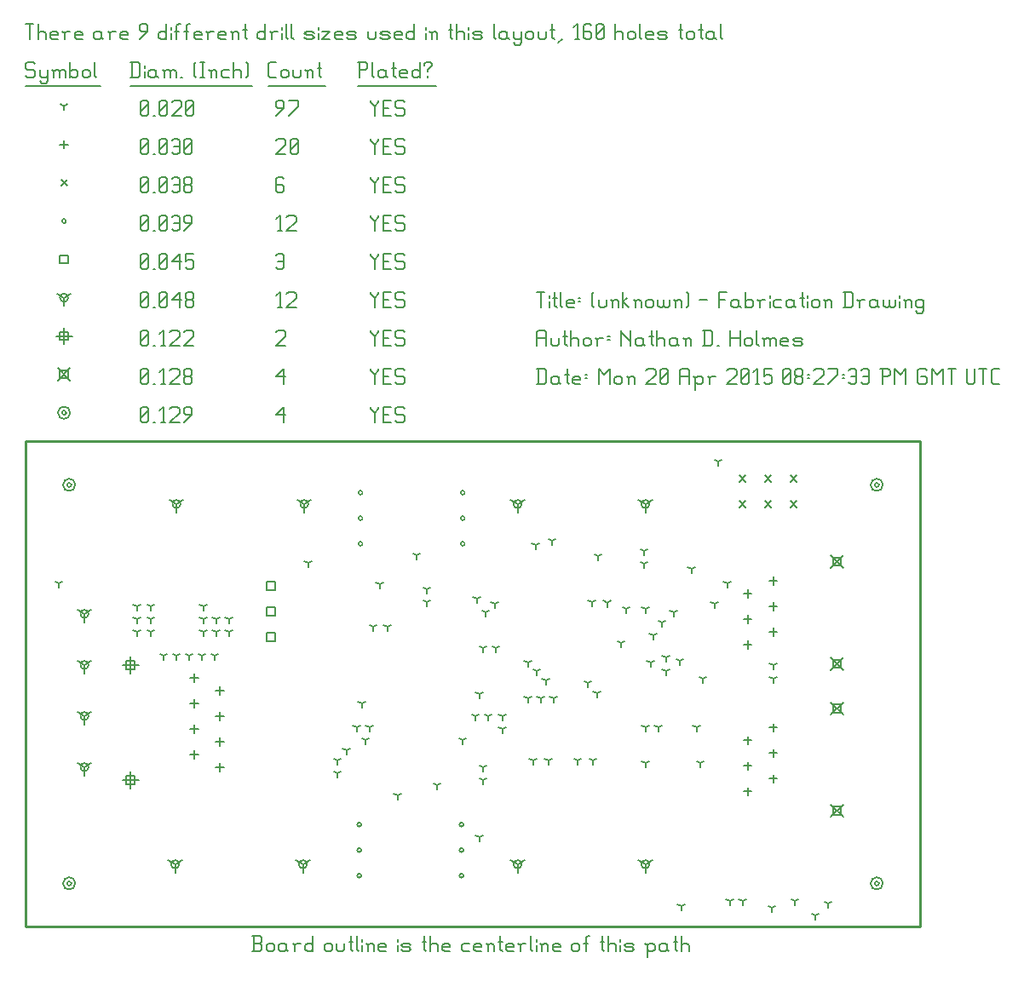
<source format=gbr>
G04 start of page 12 for group -3984 idx -3984 *
G04 Title: (unknown), fab *
G04 Creator: pcb 20140316 *
G04 CreationDate: Mon 20 Apr 2015 08:27:33 PM GMT UTC *
G04 For: ndholmes *
G04 Format: Gerber/RS-274X *
G04 PCB-Dimensions (mil): 3500.00 1900.00 *
G04 PCB-Coordinate-Origin: lower left *
%MOIN*%
%FSLAX25Y25*%
%LNFAB*%
%ADD117C,0.0100*%
%ADD116C,0.0060*%
%ADD115R,0.0080X0.0080*%
G54D115*X16200Y17000D02*G75*G03X17800Y17000I800J0D01*G01*
G75*G03X16200Y17000I-800J0D01*G01*
X14600D02*G75*G03X19400Y17000I2400J0D01*G01*
G75*G03X14600Y17000I-2400J0D01*G01*
X332200D02*G75*G03X333800Y17000I800J0D01*G01*
G75*G03X332200Y17000I-800J0D01*G01*
X330600D02*G75*G03X335400Y17000I2400J0D01*G01*
G75*G03X330600Y17000I-2400J0D01*G01*
X16200Y173000D02*G75*G03X17800Y173000I800J0D01*G01*
G75*G03X16200Y173000I-800J0D01*G01*
X14600D02*G75*G03X19400Y173000I2400J0D01*G01*
G75*G03X14600Y173000I-2400J0D01*G01*
X332200D02*G75*G03X333800Y173000I800J0D01*G01*
G75*G03X332200Y173000I-800J0D01*G01*
X330600D02*G75*G03X335400Y173000I2400J0D01*G01*
G75*G03X330600Y173000I-2400J0D01*G01*
X14200Y201250D02*G75*G03X15800Y201250I800J0D01*G01*
G75*G03X14200Y201250I-800J0D01*G01*
X12600D02*G75*G03X17400Y201250I2400J0D01*G01*
G75*G03X12600Y201250I-2400J0D01*G01*
G54D116*X135000Y203500D02*Y202750D01*
X136500Y201250D01*
X138000Y202750D01*
Y203500D02*Y202750D01*
X136500Y201250D02*Y197500D01*
X139800Y200500D02*X142050D01*
X139800Y197500D02*X142800D01*
X139800Y203500D02*Y197500D01*
Y203500D02*X142800D01*
X147600D02*X148350Y202750D01*
X145350Y203500D02*X147600D01*
X144600Y202750D02*X145350Y203500D01*
X144600Y202750D02*Y201250D01*
X145350Y200500D01*
X147600D01*
X148350Y199750D01*
Y198250D01*
X147600Y197500D02*X148350Y198250D01*
X145350Y197500D02*X147600D01*
X144600Y198250D02*X145350Y197500D01*
X98000Y200500D02*X101000Y203500D01*
X98000Y200500D02*X101750D01*
X101000Y203500D02*Y197500D01*
X45000Y198250D02*X45750Y197500D01*
X45000Y202750D02*Y198250D01*
Y202750D02*X45750Y203500D01*
X47250D01*
X48000Y202750D01*
Y198250D01*
X47250Y197500D02*X48000Y198250D01*
X45750Y197500D02*X47250D01*
X45000Y199000D02*X48000Y202000D01*
X49800Y197500D02*X50550D01*
X53100D02*X54600D01*
X53850Y203500D02*Y197500D01*
X52350Y202000D02*X53850Y203500D01*
X56400Y202750D02*X57150Y203500D01*
X59400D01*
X60150Y202750D01*
Y201250D01*
X56400Y197500D02*X60150Y201250D01*
X56400Y197500D02*X60150D01*
X61950D02*X64950Y200500D01*
Y202750D02*Y200500D01*
X64200Y203500D02*X64950Y202750D01*
X62700Y203500D02*X64200D01*
X61950Y202750D02*X62700Y203500D01*
X61950Y202750D02*Y201250D01*
X62700Y200500D01*
X64950D01*
X315100Y47900D02*X319900Y43100D01*
X315100D02*X319900Y47900D01*
X315900Y47100D02*X319100D01*
X315900D02*Y43900D01*
X319100D01*
Y47100D02*Y43900D01*
X315100Y87900D02*X319900Y83100D01*
X315100D02*X319900Y87900D01*
X315900Y87100D02*X319100D01*
X315900D02*Y83900D01*
X319100D01*
Y87100D02*Y83900D01*
X315100Y105400D02*X319900Y100600D01*
X315100D02*X319900Y105400D01*
X315900Y104600D02*X319100D01*
X315900D02*Y101400D01*
X319100D01*
Y104600D02*Y101400D01*
X315100Y145400D02*X319900Y140600D01*
X315100D02*X319900Y145400D01*
X315900Y144600D02*X319100D01*
X315900D02*Y141400D01*
X319100D01*
Y144600D02*Y141400D01*
X12600Y218650D02*X17400Y213850D01*
X12600D02*X17400Y218650D01*
X13400Y217850D02*X16600D01*
X13400D02*Y214650D01*
X16600D01*
Y217850D02*Y214650D01*
X135000Y218500D02*Y217750D01*
X136500Y216250D01*
X138000Y217750D01*
Y218500D02*Y217750D01*
X136500Y216250D02*Y212500D01*
X139800Y215500D02*X142050D01*
X139800Y212500D02*X142800D01*
X139800Y218500D02*Y212500D01*
Y218500D02*X142800D01*
X147600D02*X148350Y217750D01*
X145350Y218500D02*X147600D01*
X144600Y217750D02*X145350Y218500D01*
X144600Y217750D02*Y216250D01*
X145350Y215500D01*
X147600D01*
X148350Y214750D01*
Y213250D01*
X147600Y212500D02*X148350Y213250D01*
X145350Y212500D02*X147600D01*
X144600Y213250D02*X145350Y212500D01*
X98000Y215500D02*X101000Y218500D01*
X98000Y215500D02*X101750D01*
X101000Y218500D02*Y212500D01*
X45000Y213250D02*X45750Y212500D01*
X45000Y217750D02*Y213250D01*
Y217750D02*X45750Y218500D01*
X47250D01*
X48000Y217750D01*
Y213250D01*
X47250Y212500D02*X48000Y213250D01*
X45750Y212500D02*X47250D01*
X45000Y214000D02*X48000Y217000D01*
X49800Y212500D02*X50550D01*
X53100D02*X54600D01*
X53850Y218500D02*Y212500D01*
X52350Y217000D02*X53850Y218500D01*
X56400Y217750D02*X57150Y218500D01*
X59400D01*
X60150Y217750D01*
Y216250D01*
X56400Y212500D02*X60150Y216250D01*
X56400Y212500D02*X60150D01*
X61950Y213250D02*X62700Y212500D01*
X61950Y214750D02*Y213250D01*
Y214750D02*X62700Y215500D01*
X64200D01*
X64950Y214750D01*
Y213250D01*
X64200Y212500D02*X64950Y213250D01*
X62700Y212500D02*X64200D01*
X61950Y216250D02*X62700Y215500D01*
X61950Y217750D02*Y216250D01*
Y217750D02*X62700Y218500D01*
X64200D01*
X64950Y217750D01*
Y216250D01*
X64200Y215500D02*X64950Y216250D01*
X41000Y105700D02*Y99300D01*
X37800Y102500D02*X44200D01*
X39400Y104100D02*X42600D01*
X39400D02*Y100900D01*
X42600D01*
Y104100D02*Y100900D01*
X41000Y60700D02*Y54300D01*
X37800Y57500D02*X44200D01*
X39400Y59100D02*X42600D01*
X39400D02*Y55900D01*
X42600D01*
Y59100D02*Y55900D01*
X15000Y234450D02*Y228050D01*
X11800Y231250D02*X18200D01*
X13400Y232850D02*X16600D01*
X13400D02*Y229650D01*
X16600D01*
Y232850D02*Y229650D01*
X135000Y233500D02*Y232750D01*
X136500Y231250D01*
X138000Y232750D01*
Y233500D02*Y232750D01*
X136500Y231250D02*Y227500D01*
X139800Y230500D02*X142050D01*
X139800Y227500D02*X142800D01*
X139800Y233500D02*Y227500D01*
Y233500D02*X142800D01*
X147600D02*X148350Y232750D01*
X145350Y233500D02*X147600D01*
X144600Y232750D02*X145350Y233500D01*
X144600Y232750D02*Y231250D01*
X145350Y230500D01*
X147600D01*
X148350Y229750D01*
Y228250D01*
X147600Y227500D02*X148350Y228250D01*
X145350Y227500D02*X147600D01*
X144600Y228250D02*X145350Y227500D01*
X98000Y232750D02*X98750Y233500D01*
X101000D01*
X101750Y232750D01*
Y231250D01*
X98000Y227500D02*X101750Y231250D01*
X98000Y227500D02*X101750D01*
X45000Y228250D02*X45750Y227500D01*
X45000Y232750D02*Y228250D01*
Y232750D02*X45750Y233500D01*
X47250D01*
X48000Y232750D01*
Y228250D01*
X47250Y227500D02*X48000Y228250D01*
X45750Y227500D02*X47250D01*
X45000Y229000D02*X48000Y232000D01*
X49800Y227500D02*X50550D01*
X53100D02*X54600D01*
X53850Y233500D02*Y227500D01*
X52350Y232000D02*X53850Y233500D01*
X56400Y232750D02*X57150Y233500D01*
X59400D01*
X60150Y232750D01*
Y231250D01*
X56400Y227500D02*X60150Y231250D01*
X56400Y227500D02*X60150D01*
X61950Y232750D02*X62700Y233500D01*
X64950D01*
X65700Y232750D01*
Y231250D01*
X61950Y227500D02*X65700Y231250D01*
X61950Y227500D02*X65700D01*
X23000Y82500D02*Y79300D01*
Y82500D02*X25773Y84100D01*
X23000Y82500D02*X20227Y84100D01*
X21400Y82500D02*G75*G03X24600Y82500I1600J0D01*G01*
G75*G03X21400Y82500I-1600J0D01*G01*
X23000Y62500D02*Y59300D01*
Y62500D02*X25773Y64100D01*
X23000Y62500D02*X20227Y64100D01*
X21400Y62500D02*G75*G03X24600Y62500I1600J0D01*G01*
G75*G03X21400Y62500I-1600J0D01*G01*
X23000Y122500D02*Y119300D01*
Y122500D02*X25773Y124100D01*
X23000Y122500D02*X20227Y124100D01*
X21400Y122500D02*G75*G03X24600Y122500I1600J0D01*G01*
G75*G03X21400Y122500I-1600J0D01*G01*
X23000Y102500D02*Y99300D01*
Y102500D02*X25773Y104100D01*
X23000Y102500D02*X20227Y104100D01*
X21400Y102500D02*G75*G03X24600Y102500I1600J0D01*G01*
G75*G03X21400Y102500I-1600J0D01*G01*
X59000Y165500D02*Y162300D01*
Y165500D02*X61773Y167100D01*
X59000Y165500D02*X56227Y167100D01*
X57400Y165500D02*G75*G03X60600Y165500I1600J0D01*G01*
G75*G03X57400Y165500I-1600J0D01*G01*
X109000D02*Y162300D01*
Y165500D02*X111773Y167100D01*
X109000Y165500D02*X106227Y167100D01*
X107400Y165500D02*G75*G03X110600Y165500I1600J0D01*G01*
G75*G03X107400Y165500I-1600J0D01*G01*
X58500Y24500D02*Y21300D01*
Y24500D02*X61273Y26100D01*
X58500Y24500D02*X55727Y26100D01*
X56900Y24500D02*G75*G03X60100Y24500I1600J0D01*G01*
G75*G03X56900Y24500I-1600J0D01*G01*
X108500D02*Y21300D01*
Y24500D02*X111273Y26100D01*
X108500Y24500D02*X105727Y26100D01*
X106900Y24500D02*G75*G03X110100Y24500I1600J0D01*G01*
G75*G03X106900Y24500I-1600J0D01*G01*
X242500Y165500D02*Y162300D01*
Y165500D02*X245273Y167100D01*
X242500Y165500D02*X239727Y167100D01*
X240900Y165500D02*G75*G03X244100Y165500I1600J0D01*G01*
G75*G03X240900Y165500I-1600J0D01*G01*
X192500D02*Y162300D01*
Y165500D02*X195273Y167100D01*
X192500Y165500D02*X189727Y167100D01*
X190900Y165500D02*G75*G03X194100Y165500I1600J0D01*G01*
G75*G03X190900Y165500I-1600J0D01*G01*
X242500Y24500D02*Y21300D01*
Y24500D02*X245273Y26100D01*
X242500Y24500D02*X239727Y26100D01*
X240900Y24500D02*G75*G03X244100Y24500I1600J0D01*G01*
G75*G03X240900Y24500I-1600J0D01*G01*
X192500D02*Y21300D01*
Y24500D02*X195273Y26100D01*
X192500Y24500D02*X189727Y26100D01*
X190900Y24500D02*G75*G03X194100Y24500I1600J0D01*G01*
G75*G03X190900Y24500I-1600J0D01*G01*
X15000Y246250D02*Y243050D01*
Y246250D02*X17773Y247850D01*
X15000Y246250D02*X12227Y247850D01*
X13400Y246250D02*G75*G03X16600Y246250I1600J0D01*G01*
G75*G03X13400Y246250I-1600J0D01*G01*
X135000Y248500D02*Y247750D01*
X136500Y246250D01*
X138000Y247750D01*
Y248500D02*Y247750D01*
X136500Y246250D02*Y242500D01*
X139800Y245500D02*X142050D01*
X139800Y242500D02*X142800D01*
X139800Y248500D02*Y242500D01*
Y248500D02*X142800D01*
X147600D02*X148350Y247750D01*
X145350Y248500D02*X147600D01*
X144600Y247750D02*X145350Y248500D01*
X144600Y247750D02*Y246250D01*
X145350Y245500D01*
X147600D01*
X148350Y244750D01*
Y243250D01*
X147600Y242500D02*X148350Y243250D01*
X145350Y242500D02*X147600D01*
X144600Y243250D02*X145350Y242500D01*
X98750D02*X100250D01*
X99500Y248500D02*Y242500D01*
X98000Y247000D02*X99500Y248500D01*
X102050Y247750D02*X102800Y248500D01*
X105050D01*
X105800Y247750D01*
Y246250D01*
X102050Y242500D02*X105800Y246250D01*
X102050Y242500D02*X105800D01*
X45000Y243250D02*X45750Y242500D01*
X45000Y247750D02*Y243250D01*
Y247750D02*X45750Y248500D01*
X47250D01*
X48000Y247750D01*
Y243250D01*
X47250Y242500D02*X48000Y243250D01*
X45750Y242500D02*X47250D01*
X45000Y244000D02*X48000Y247000D01*
X49800Y242500D02*X50550D01*
X52350Y243250D02*X53100Y242500D01*
X52350Y247750D02*Y243250D01*
Y247750D02*X53100Y248500D01*
X54600D01*
X55350Y247750D01*
Y243250D01*
X54600Y242500D02*X55350Y243250D01*
X53100Y242500D02*X54600D01*
X52350Y244000D02*X55350Y247000D01*
X57150Y245500D02*X60150Y248500D01*
X57150Y245500D02*X60900D01*
X60150Y248500D02*Y242500D01*
X62700Y243250D02*X63450Y242500D01*
X62700Y244750D02*Y243250D01*
Y244750D02*X63450Y245500D01*
X64950D01*
X65700Y244750D01*
Y243250D01*
X64950Y242500D02*X65700Y243250D01*
X63450Y242500D02*X64950D01*
X62700Y246250D02*X63450Y245500D01*
X62700Y247750D02*Y246250D01*
Y247750D02*X63450Y248500D01*
X64950D01*
X65700Y247750D01*
Y246250D01*
X64950Y245500D02*X65700Y246250D01*
X94400Y115100D02*X97600D01*
X94400D02*Y111900D01*
X97600D01*
Y115100D02*Y111900D01*
X94400Y125100D02*X97600D01*
X94400D02*Y121900D01*
X97600D01*
Y125100D02*Y121900D01*
X94400Y135100D02*X97600D01*
X94400D02*Y131900D01*
X97600D01*
Y135100D02*Y131900D01*
X13400Y262850D02*X16600D01*
X13400D02*Y259650D01*
X16600D01*
Y262850D02*Y259650D01*
X135000Y263500D02*Y262750D01*
X136500Y261250D01*
X138000Y262750D01*
Y263500D02*Y262750D01*
X136500Y261250D02*Y257500D01*
X139800Y260500D02*X142050D01*
X139800Y257500D02*X142800D01*
X139800Y263500D02*Y257500D01*
Y263500D02*X142800D01*
X147600D02*X148350Y262750D01*
X145350Y263500D02*X147600D01*
X144600Y262750D02*X145350Y263500D01*
X144600Y262750D02*Y261250D01*
X145350Y260500D01*
X147600D01*
X148350Y259750D01*
Y258250D01*
X147600Y257500D02*X148350Y258250D01*
X145350Y257500D02*X147600D01*
X144600Y258250D02*X145350Y257500D01*
X98000Y262750D02*X98750Y263500D01*
X100250D01*
X101000Y262750D01*
Y258250D01*
X100250Y257500D02*X101000Y258250D01*
X98750Y257500D02*X100250D01*
X98000Y258250D02*X98750Y257500D01*
Y260500D02*X101000D01*
X45000Y258250D02*X45750Y257500D01*
X45000Y262750D02*Y258250D01*
Y262750D02*X45750Y263500D01*
X47250D01*
X48000Y262750D01*
Y258250D01*
X47250Y257500D02*X48000Y258250D01*
X45750Y257500D02*X47250D01*
X45000Y259000D02*X48000Y262000D01*
X49800Y257500D02*X50550D01*
X52350Y258250D02*X53100Y257500D01*
X52350Y262750D02*Y258250D01*
Y262750D02*X53100Y263500D01*
X54600D01*
X55350Y262750D01*
Y258250D01*
X54600Y257500D02*X55350Y258250D01*
X53100Y257500D02*X54600D01*
X52350Y259000D02*X55350Y262000D01*
X57150Y260500D02*X60150Y263500D01*
X57150Y260500D02*X60900D01*
X60150Y263500D02*Y257500D01*
X62700Y263500D02*X65700D01*
X62700D02*Y260500D01*
X63450Y261250D01*
X64950D01*
X65700Y260500D01*
Y258250D01*
X64950Y257500D02*X65700Y258250D01*
X63450Y257500D02*X64950D01*
X62700Y258250D02*X63450Y257500D01*
X130200Y170000D02*G75*G03X131800Y170000I800J0D01*G01*
G75*G03X130200Y170000I-800J0D01*G01*
Y160000D02*G75*G03X131800Y160000I800J0D01*G01*
G75*G03X130200Y160000I-800J0D01*G01*
Y150000D02*G75*G03X131800Y150000I800J0D01*G01*
G75*G03X130200Y150000I-800J0D01*G01*
X129700Y20000D02*G75*G03X131300Y20000I800J0D01*G01*
G75*G03X129700Y20000I-800J0D01*G01*
Y30000D02*G75*G03X131300Y30000I800J0D01*G01*
G75*G03X129700Y30000I-800J0D01*G01*
Y40000D02*G75*G03X131300Y40000I800J0D01*G01*
G75*G03X129700Y40000I-800J0D01*G01*
X169700Y20000D02*G75*G03X171300Y20000I800J0D01*G01*
G75*G03X169700Y20000I-800J0D01*G01*
Y30000D02*G75*G03X171300Y30000I800J0D01*G01*
G75*G03X169700Y30000I-800J0D01*G01*
Y40000D02*G75*G03X171300Y40000I800J0D01*G01*
G75*G03X169700Y40000I-800J0D01*G01*
X170200Y170000D02*G75*G03X171800Y170000I800J0D01*G01*
G75*G03X170200Y170000I-800J0D01*G01*
Y160000D02*G75*G03X171800Y160000I800J0D01*G01*
G75*G03X170200Y160000I-800J0D01*G01*
Y150000D02*G75*G03X171800Y150000I800J0D01*G01*
G75*G03X170200Y150000I-800J0D01*G01*
X14200Y276250D02*G75*G03X15800Y276250I800J0D01*G01*
G75*G03X14200Y276250I-800J0D01*G01*
X135000Y278500D02*Y277750D01*
X136500Y276250D01*
X138000Y277750D01*
Y278500D02*Y277750D01*
X136500Y276250D02*Y272500D01*
X139800Y275500D02*X142050D01*
X139800Y272500D02*X142800D01*
X139800Y278500D02*Y272500D01*
Y278500D02*X142800D01*
X147600D02*X148350Y277750D01*
X145350Y278500D02*X147600D01*
X144600Y277750D02*X145350Y278500D01*
X144600Y277750D02*Y276250D01*
X145350Y275500D01*
X147600D01*
X148350Y274750D01*
Y273250D01*
X147600Y272500D02*X148350Y273250D01*
X145350Y272500D02*X147600D01*
X144600Y273250D02*X145350Y272500D01*
X98750D02*X100250D01*
X99500Y278500D02*Y272500D01*
X98000Y277000D02*X99500Y278500D01*
X102050Y277750D02*X102800Y278500D01*
X105050D01*
X105800Y277750D01*
Y276250D01*
X102050Y272500D02*X105800Y276250D01*
X102050Y272500D02*X105800D01*
X45000Y273250D02*X45750Y272500D01*
X45000Y277750D02*Y273250D01*
Y277750D02*X45750Y278500D01*
X47250D01*
X48000Y277750D01*
Y273250D01*
X47250Y272500D02*X48000Y273250D01*
X45750Y272500D02*X47250D01*
X45000Y274000D02*X48000Y277000D01*
X49800Y272500D02*X50550D01*
X52350Y273250D02*X53100Y272500D01*
X52350Y277750D02*Y273250D01*
Y277750D02*X53100Y278500D01*
X54600D01*
X55350Y277750D01*
Y273250D01*
X54600Y272500D02*X55350Y273250D01*
X53100Y272500D02*X54600D01*
X52350Y274000D02*X55350Y277000D01*
X57150Y277750D02*X57900Y278500D01*
X59400D01*
X60150Y277750D01*
Y273250D01*
X59400Y272500D02*X60150Y273250D01*
X57900Y272500D02*X59400D01*
X57150Y273250D02*X57900Y272500D01*
Y275500D02*X60150D01*
X61950Y272500D02*X64950Y275500D01*
Y277750D02*Y275500D01*
X64200Y278500D02*X64950Y277750D01*
X62700Y278500D02*X64200D01*
X61950Y277750D02*X62700Y278500D01*
X61950Y277750D02*Y276250D01*
X62700Y275500D01*
X64950D01*
X279300Y166700D02*X281700Y164300D01*
X279300D02*X281700Y166700D01*
X289300D02*X291700Y164300D01*
X289300D02*X291700Y166700D01*
X299300D02*X301700Y164300D01*
X299300D02*X301700Y166700D01*
X279300Y176700D02*X281700Y174300D01*
X279300D02*X281700Y176700D01*
X289300D02*X291700Y174300D01*
X289300D02*X291700Y176700D01*
X299300D02*X301700Y174300D01*
X299300D02*X301700Y176700D01*
X13800Y292450D02*X16200Y290050D01*
X13800D02*X16200Y292450D01*
X135000Y293500D02*Y292750D01*
X136500Y291250D01*
X138000Y292750D01*
Y293500D02*Y292750D01*
X136500Y291250D02*Y287500D01*
X139800Y290500D02*X142050D01*
X139800Y287500D02*X142800D01*
X139800Y293500D02*Y287500D01*
Y293500D02*X142800D01*
X147600D02*X148350Y292750D01*
X145350Y293500D02*X147600D01*
X144600Y292750D02*X145350Y293500D01*
X144600Y292750D02*Y291250D01*
X145350Y290500D01*
X147600D01*
X148350Y289750D01*
Y288250D01*
X147600Y287500D02*X148350Y288250D01*
X145350Y287500D02*X147600D01*
X144600Y288250D02*X145350Y287500D01*
X100250Y293500D02*X101000Y292750D01*
X98750Y293500D02*X100250D01*
X98000Y292750D02*X98750Y293500D01*
X98000Y292750D02*Y288250D01*
X98750Y287500D01*
X100250Y290500D02*X101000Y289750D01*
X98000Y290500D02*X100250D01*
X98750Y287500D02*X100250D01*
X101000Y288250D01*
Y289750D02*Y288250D01*
X45000D02*X45750Y287500D01*
X45000Y292750D02*Y288250D01*
Y292750D02*X45750Y293500D01*
X47250D01*
X48000Y292750D01*
Y288250D01*
X47250Y287500D02*X48000Y288250D01*
X45750Y287500D02*X47250D01*
X45000Y289000D02*X48000Y292000D01*
X49800Y287500D02*X50550D01*
X52350Y288250D02*X53100Y287500D01*
X52350Y292750D02*Y288250D01*
Y292750D02*X53100Y293500D01*
X54600D01*
X55350Y292750D01*
Y288250D01*
X54600Y287500D02*X55350Y288250D01*
X53100Y287500D02*X54600D01*
X52350Y289000D02*X55350Y292000D01*
X57150Y292750D02*X57900Y293500D01*
X59400D01*
X60150Y292750D01*
Y288250D01*
X59400Y287500D02*X60150Y288250D01*
X57900Y287500D02*X59400D01*
X57150Y288250D02*X57900Y287500D01*
Y290500D02*X60150D01*
X61950Y288250D02*X62700Y287500D01*
X61950Y289750D02*Y288250D01*
Y289750D02*X62700Y290500D01*
X64200D01*
X64950Y289750D01*
Y288250D01*
X64200Y287500D02*X64950Y288250D01*
X62700Y287500D02*X64200D01*
X61950Y291250D02*X62700Y290500D01*
X61950Y292750D02*Y291250D01*
Y292750D02*X62700Y293500D01*
X64200D01*
X64950Y292750D01*
Y291250D01*
X64200Y290500D02*X64950Y291250D01*
X282500Y54600D02*Y51400D01*
X280900Y53000D02*X284100D01*
X292500Y59600D02*Y56400D01*
X290900Y58000D02*X294100D01*
X282500Y64600D02*Y61400D01*
X280900Y63000D02*X284100D01*
X292500Y69600D02*Y66400D01*
X290900Y68000D02*X294100D01*
X282500Y74600D02*Y71400D01*
X280900Y73000D02*X284100D01*
X292500Y79600D02*Y76400D01*
X290900Y78000D02*X294100D01*
X282500Y112100D02*Y108900D01*
X280900Y110500D02*X284100D01*
X292500Y117100D02*Y113900D01*
X290900Y115500D02*X294100D01*
X282500Y122100D02*Y118900D01*
X280900Y120500D02*X284100D01*
X292500Y127100D02*Y123900D01*
X290900Y125500D02*X294100D01*
X282500Y132100D02*Y128900D01*
X280900Y130500D02*X284100D01*
X292500Y137100D02*Y133900D01*
X290900Y135500D02*X294100D01*
X66000Y99100D02*Y95900D01*
X64400Y97500D02*X67600D01*
X76000Y94100D02*Y90900D01*
X74400Y92500D02*X77600D01*
X66000Y89100D02*Y85900D01*
X64400Y87500D02*X67600D01*
X76000Y84100D02*Y80900D01*
X74400Y82500D02*X77600D01*
X66000Y79100D02*Y75900D01*
X64400Y77500D02*X67600D01*
X76000Y74100D02*Y70900D01*
X74400Y72500D02*X77600D01*
X66000Y69100D02*Y65900D01*
X64400Y67500D02*X67600D01*
X76000Y64100D02*Y60900D01*
X74400Y62500D02*X77600D01*
X15000Y307850D02*Y304650D01*
X13400Y306250D02*X16600D01*
X135000Y308500D02*Y307750D01*
X136500Y306250D01*
X138000Y307750D01*
Y308500D02*Y307750D01*
X136500Y306250D02*Y302500D01*
X139800Y305500D02*X142050D01*
X139800Y302500D02*X142800D01*
X139800Y308500D02*Y302500D01*
Y308500D02*X142800D01*
X147600D02*X148350Y307750D01*
X145350Y308500D02*X147600D01*
X144600Y307750D02*X145350Y308500D01*
X144600Y307750D02*Y306250D01*
X145350Y305500D01*
X147600D01*
X148350Y304750D01*
Y303250D01*
X147600Y302500D02*X148350Y303250D01*
X145350Y302500D02*X147600D01*
X144600Y303250D02*X145350Y302500D01*
X98000Y307750D02*X98750Y308500D01*
X101000D01*
X101750Y307750D01*
Y306250D01*
X98000Y302500D02*X101750Y306250D01*
X98000Y302500D02*X101750D01*
X103550Y303250D02*X104300Y302500D01*
X103550Y307750D02*Y303250D01*
Y307750D02*X104300Y308500D01*
X105800D01*
X106550Y307750D01*
Y303250D01*
X105800Y302500D02*X106550Y303250D01*
X104300Y302500D02*X105800D01*
X103550Y304000D02*X106550Y307000D01*
X45000Y303250D02*X45750Y302500D01*
X45000Y307750D02*Y303250D01*
Y307750D02*X45750Y308500D01*
X47250D01*
X48000Y307750D01*
Y303250D01*
X47250Y302500D02*X48000Y303250D01*
X45750Y302500D02*X47250D01*
X45000Y304000D02*X48000Y307000D01*
X49800Y302500D02*X50550D01*
X52350Y303250D02*X53100Y302500D01*
X52350Y307750D02*Y303250D01*
Y307750D02*X53100Y308500D01*
X54600D01*
X55350Y307750D01*
Y303250D01*
X54600Y302500D02*X55350Y303250D01*
X53100Y302500D02*X54600D01*
X52350Y304000D02*X55350Y307000D01*
X57150Y307750D02*X57900Y308500D01*
X59400D01*
X60150Y307750D01*
Y303250D01*
X59400Y302500D02*X60150Y303250D01*
X57900Y302500D02*X59400D01*
X57150Y303250D02*X57900Y302500D01*
Y305500D02*X60150D01*
X61950Y303250D02*X62700Y302500D01*
X61950Y307750D02*Y303250D01*
Y307750D02*X62700Y308500D01*
X64200D01*
X64950Y307750D01*
Y303250D01*
X64200Y302500D02*X64950Y303250D01*
X62700Y302500D02*X64200D01*
X61950Y304000D02*X64950Y307000D01*
X54000Y106000D02*Y104400D01*
Y106000D02*X55387Y106800D01*
X54000Y106000D02*X52613Y106800D01*
X59000Y106000D02*Y104400D01*
Y106000D02*X60387Y106800D01*
X59000Y106000D02*X57613Y106800D01*
X64000Y106000D02*Y104400D01*
Y106000D02*X65387Y106800D01*
X64000Y106000D02*X62613Y106800D01*
X69000Y106000D02*Y104400D01*
Y106000D02*X70387Y106800D01*
X69000Y106000D02*X67613Y106800D01*
X74000Y106000D02*Y104400D01*
Y106000D02*X75387Y106800D01*
X74000Y106000D02*X72613Y106800D01*
X43500Y125500D02*Y123900D01*
Y125500D02*X44887Y126300D01*
X43500Y125500D02*X42113Y126300D01*
X43500Y120500D02*Y118900D01*
Y120500D02*X44887Y121300D01*
X43500Y120500D02*X42113Y121300D01*
X43500Y115500D02*Y113900D01*
Y115500D02*X44887Y116300D01*
X43500Y115500D02*X42113Y116300D01*
X49000Y125500D02*Y123900D01*
Y125500D02*X50387Y126300D01*
X49000Y125500D02*X47613Y126300D01*
X49000Y120500D02*Y118900D01*
Y120500D02*X50387Y121300D01*
X49000Y120500D02*X47613Y121300D01*
X49000Y115500D02*Y113900D01*
Y115500D02*X50387Y116300D01*
X49000Y115500D02*X47613Y116300D01*
X69500Y125500D02*Y123900D01*
Y125500D02*X70887Y126300D01*
X69500Y125500D02*X68113Y126300D01*
X69500Y120500D02*Y118900D01*
Y120500D02*X70887Y121300D01*
X69500Y120500D02*X68113Y121300D01*
X74500Y120500D02*Y118900D01*
Y120500D02*X75887Y121300D01*
X74500Y120500D02*X73113Y121300D01*
X74500Y115500D02*Y113900D01*
Y115500D02*X75887Y116300D01*
X74500Y115500D02*X73113Y116300D01*
X79500Y120500D02*Y118900D01*
Y120500D02*X80887Y121300D01*
X79500Y120500D02*X78113Y121300D01*
X79500Y115500D02*Y113900D01*
Y115500D02*X80887Y116300D01*
X79500Y115500D02*X78113Y116300D01*
X13000Y134500D02*Y132900D01*
Y134500D02*X14387Y135300D01*
X13000Y134500D02*X11613Y135300D01*
X69500Y115500D02*Y113900D01*
Y115500D02*X70887Y116300D01*
X69500Y115500D02*X68113Y116300D01*
X133000Y73000D02*Y71400D01*
Y73000D02*X134387Y73800D01*
X133000Y73000D02*X131613Y73800D01*
X171000Y73000D02*Y71400D01*
Y73000D02*X172387Y73800D01*
X171000Y73000D02*X169613Y73800D01*
X145500Y51500D02*Y49900D01*
Y51500D02*X146887Y52300D01*
X145500Y51500D02*X144113Y52300D01*
X134500Y78000D02*Y76400D01*
Y78000D02*X135887Y78800D01*
X134500Y78000D02*X133113Y78800D01*
X129500Y78000D02*Y76400D01*
Y78000D02*X130887Y78800D01*
X129500Y78000D02*X128113Y78800D01*
X131500Y87500D02*Y85900D01*
Y87500D02*X132887Y88300D01*
X131500Y87500D02*X130113Y88300D01*
X242500Y78000D02*Y76400D01*
Y78000D02*X243887Y78800D01*
X242500Y78000D02*X241113Y78800D01*
X247500Y78000D02*Y76400D01*
Y78000D02*X248887Y78800D01*
X247500Y78000D02*X246113Y78800D01*
X274500Y134500D02*Y132900D01*
Y134500D02*X275887Y135300D01*
X274500Y134500D02*X273113Y135300D01*
X269500Y126500D02*Y124900D01*
Y126500D02*X270887Y127300D01*
X269500Y126500D02*X268113Y127300D01*
X161000Y55500D02*Y53900D01*
Y55500D02*X162387Y56300D01*
X161000Y55500D02*X159613Y56300D01*
X179000Y62500D02*Y60900D01*
Y62500D02*X180387Y63300D01*
X179000Y62500D02*X177613Y63300D01*
X179000Y57500D02*Y55900D01*
Y57500D02*X180387Y58300D01*
X179000Y57500D02*X177613Y58300D01*
X242500Y64000D02*Y62400D01*
Y64000D02*X243887Y64800D01*
X242500Y64000D02*X241113Y64800D01*
X264000Y64000D02*Y62400D01*
Y64000D02*X265387Y64800D01*
X264000Y64000D02*X262613Y64800D01*
X262500Y78000D02*Y76400D01*
Y78000D02*X263887Y78800D01*
X262500Y78000D02*X261113Y78800D01*
X253500Y123000D02*Y121400D01*
Y123000D02*X254887Y123800D01*
X253500Y123000D02*X252113Y123800D01*
X249000Y119000D02*Y117400D01*
Y119000D02*X250387Y119800D01*
X249000Y119000D02*X247613Y119800D01*
X250500Y100000D02*Y98400D01*
Y100000D02*X251887Y100800D01*
X250500Y100000D02*X249113Y100800D01*
X250500Y105500D02*Y103900D01*
Y105500D02*X251887Y106300D01*
X250500Y105500D02*X249113Y106300D01*
X244500Y103500D02*Y101900D01*
Y103500D02*X245887Y104300D01*
X244500Y103500D02*X243113Y104300D01*
X265000Y97000D02*Y95400D01*
Y97000D02*X266387Y97800D01*
X265000Y97000D02*X263613Y97800D01*
X256000Y104000D02*Y102400D01*
Y104000D02*X257387Y104800D01*
X256000Y104000D02*X254613Y104800D01*
X292500Y102500D02*Y100900D01*
Y102500D02*X293887Y103300D01*
X292500Y102500D02*X291113Y103300D01*
X292500Y97000D02*Y95400D01*
Y97000D02*X293887Y97800D01*
X292500Y97000D02*X291113Y97800D01*
X179000Y109000D02*Y107400D01*
Y109000D02*X180387Y109800D01*
X179000Y109000D02*X177613Y109800D01*
X136000Y117500D02*Y115900D01*
Y117500D02*X137387Y118300D01*
X136000Y117500D02*X134613Y118300D01*
X157000Y132000D02*Y130400D01*
Y132000D02*X158387Y132800D01*
X157000Y132000D02*X155613Y132800D01*
X138500Y134000D02*Y132400D01*
Y134000D02*X139887Y134800D01*
X138500Y134000D02*X137113Y134800D01*
X110500Y142500D02*Y140900D01*
Y142500D02*X111887Y143300D01*
X110500Y142500D02*X109113Y143300D01*
X184000Y109000D02*Y107400D01*
Y109000D02*X185387Y109800D01*
X184000Y109000D02*X182613Y109800D01*
X177500Y91000D02*Y89400D01*
Y91000D02*X178887Y91800D01*
X177500Y91000D02*X176113Y91800D01*
X157000Y127000D02*Y125400D01*
Y127000D02*X158387Y127800D01*
X157000Y127000D02*X155613Y127800D01*
X196500Y89500D02*Y87900D01*
Y89500D02*X197887Y90300D01*
X196500Y89500D02*X195113Y90300D01*
X200000Y100000D02*Y98400D01*
Y100000D02*X201387Y100800D01*
X200000Y100000D02*X198613Y100800D01*
X203500Y96500D02*Y94900D01*
Y96500D02*X204887Y97300D01*
X203500Y96500D02*X202113Y97300D01*
X196500Y103500D02*Y101900D01*
Y103500D02*X197887Y104300D01*
X196500Y103500D02*X195113Y104300D01*
X201500Y89500D02*Y87900D01*
Y89500D02*X202887Y90300D01*
X201500Y89500D02*X200113Y90300D01*
X186500Y82500D02*Y80900D01*
Y82500D02*X187887Y83300D01*
X186500Y82500D02*X185113Y83300D01*
X186500Y77500D02*Y75900D01*
Y77500D02*X187887Y78300D01*
X186500Y77500D02*X185113Y78300D01*
X176000Y82500D02*Y80900D01*
Y82500D02*X177387Y83300D01*
X176000Y82500D02*X174613Y83300D01*
X181000Y82500D02*Y80900D01*
Y82500D02*X182387Y83300D01*
X181000Y82500D02*X179613Y83300D01*
X206500Y89500D02*Y87900D01*
Y89500D02*X207887Y90300D01*
X206500Y89500D02*X205113Y90300D01*
X198500Y65000D02*Y63400D01*
Y65000D02*X199887Y65800D01*
X198500Y65000D02*X197113Y65800D01*
X204500Y65000D02*Y63400D01*
Y65000D02*X205887Y65800D01*
X204500Y65000D02*X203113Y65800D01*
X216000Y65000D02*Y63400D01*
Y65000D02*X217387Y65800D01*
X216000Y65000D02*X214613Y65800D01*
X222000Y65000D02*Y63400D01*
Y65000D02*X223387Y65800D01*
X222000Y65000D02*X220613Y65800D01*
X242000Y147000D02*Y145400D01*
Y147000D02*X243387Y147800D01*
X242000Y147000D02*X240613Y147800D01*
X242000Y142000D02*Y140400D01*
Y142000D02*X243387Y142800D01*
X242000Y142000D02*X240613Y142800D01*
X220000Y95500D02*Y93900D01*
Y95500D02*X221387Y96300D01*
X220000Y95500D02*X218613Y96300D01*
X125500Y69000D02*Y67400D01*
Y69000D02*X126887Y69800D01*
X125500Y69000D02*X124113Y69800D01*
X122000Y65000D02*Y63400D01*
Y65000D02*X123387Y65800D01*
X122000Y65000D02*X120613Y65800D01*
X223500Y91500D02*Y89900D01*
Y91500D02*X224887Y92300D01*
X223500Y91500D02*X222113Y92300D01*
X233000Y111000D02*Y109400D01*
Y111000D02*X234387Y111800D01*
X233000Y111000D02*X231613Y111800D01*
X235000Y124500D02*Y122900D01*
Y124500D02*X236387Y125300D01*
X235000Y124500D02*X233613Y125300D01*
X122000Y60000D02*Y58400D01*
Y60000D02*X123387Y60800D01*
X122000Y60000D02*X120613Y60800D01*
X177500Y35000D02*Y33400D01*
Y35000D02*X178887Y35800D01*
X177500Y35000D02*X176113Y35800D01*
X242500Y124500D02*Y122900D01*
Y124500D02*X243887Y125300D01*
X242500Y124500D02*X241113Y125300D01*
X245500Y114000D02*Y112400D01*
Y114000D02*X246887Y114800D01*
X245500Y114000D02*X244113Y114800D01*
X260500Y140000D02*Y138400D01*
Y140000D02*X261887Y140800D01*
X260500Y140000D02*X259113Y140800D01*
X224000Y145000D02*Y143400D01*
Y145000D02*X225387Y145800D01*
X224000Y145000D02*X222613Y145800D01*
X221500Y127000D02*Y125400D01*
Y127000D02*X222887Y127800D01*
X221500Y127000D02*X220113Y127800D01*
X227500Y126900D02*Y125300D01*
Y126900D02*X228887Y127700D01*
X227500Y126900D02*X226113Y127700D01*
X256500Y8000D02*Y6400D01*
Y8000D02*X257887Y8800D01*
X256500Y8000D02*X255113Y8800D01*
X271000Y182000D02*Y180400D01*
Y182000D02*X272387Y182800D01*
X271000Y182000D02*X269613Y182800D01*
X206000Y151000D02*Y149400D01*
Y151000D02*X207387Y151800D01*
X206000Y151000D02*X204613Y151800D01*
X199500Y149500D02*Y147900D01*
Y149500D02*X200887Y150300D01*
X199500Y149500D02*X198113Y150300D01*
X141500Y117500D02*Y115900D01*
Y117500D02*X142887Y118300D01*
X141500Y117500D02*X140113Y118300D01*
X309000Y4500D02*Y2900D01*
Y4500D02*X310387Y5300D01*
X309000Y4500D02*X307613Y5300D01*
X314000Y9000D02*Y7400D01*
Y9000D02*X315387Y9800D01*
X314000Y9000D02*X312613Y9800D01*
X275500Y10000D02*Y8400D01*
Y10000D02*X276887Y10800D01*
X275500Y10000D02*X274113Y10800D01*
X280500Y10000D02*Y8400D01*
Y10000D02*X281887Y10800D01*
X280500Y10000D02*X279113Y10800D01*
X301000Y10000D02*Y8400D01*
Y10000D02*X302387Y10800D01*
X301000Y10000D02*X299613Y10800D01*
X292000Y7500D02*Y5900D01*
Y7500D02*X293387Y8300D01*
X292000Y7500D02*X290613Y8300D01*
X183500Y126500D02*Y124900D01*
Y126500D02*X184887Y127300D01*
X183500Y126500D02*X182113Y127300D01*
X176500Y128500D02*Y126900D01*
Y128500D02*X177887Y129300D01*
X176500Y128500D02*X175113Y129300D01*
X180000Y123000D02*Y121400D01*
Y123000D02*X181387Y123800D01*
X180000Y123000D02*X178613Y123800D01*
X153000Y145500D02*Y143900D01*
Y145500D02*X154387Y146300D01*
X153000Y145500D02*X151613Y146300D01*
X15000Y321250D02*Y319650D01*
Y321250D02*X16387Y322050D01*
X15000Y321250D02*X13613Y322050D01*
X135000Y323500D02*Y322750D01*
X136500Y321250D01*
X138000Y322750D01*
Y323500D02*Y322750D01*
X136500Y321250D02*Y317500D01*
X139800Y320500D02*X142050D01*
X139800Y317500D02*X142800D01*
X139800Y323500D02*Y317500D01*
Y323500D02*X142800D01*
X147600D02*X148350Y322750D01*
X145350Y323500D02*X147600D01*
X144600Y322750D02*X145350Y323500D01*
X144600Y322750D02*Y321250D01*
X145350Y320500D01*
X147600D01*
X148350Y319750D01*
Y318250D01*
X147600Y317500D02*X148350Y318250D01*
X145350Y317500D02*X147600D01*
X144600Y318250D02*X145350Y317500D01*
X98000D02*X101000Y320500D01*
Y322750D02*Y320500D01*
X100250Y323500D02*X101000Y322750D01*
X98750Y323500D02*X100250D01*
X98000Y322750D02*X98750Y323500D01*
X98000Y322750D02*Y321250D01*
X98750Y320500D01*
X101000D01*
X102800Y317500D02*X106550Y321250D01*
Y323500D02*Y321250D01*
X102800Y323500D02*X106550D01*
X45000Y318250D02*X45750Y317500D01*
X45000Y322750D02*Y318250D01*
Y322750D02*X45750Y323500D01*
X47250D01*
X48000Y322750D01*
Y318250D01*
X47250Y317500D02*X48000Y318250D01*
X45750Y317500D02*X47250D01*
X45000Y319000D02*X48000Y322000D01*
X49800Y317500D02*X50550D01*
X52350Y318250D02*X53100Y317500D01*
X52350Y322750D02*Y318250D01*
Y322750D02*X53100Y323500D01*
X54600D01*
X55350Y322750D01*
Y318250D01*
X54600Y317500D02*X55350Y318250D01*
X53100Y317500D02*X54600D01*
X52350Y319000D02*X55350Y322000D01*
X57150Y322750D02*X57900Y323500D01*
X60150D01*
X60900Y322750D01*
Y321250D01*
X57150Y317500D02*X60900Y321250D01*
X57150Y317500D02*X60900D01*
X62700Y318250D02*X63450Y317500D01*
X62700Y322750D02*Y318250D01*
Y322750D02*X63450Y323500D01*
X64950D01*
X65700Y322750D01*
Y318250D01*
X64950Y317500D02*X65700Y318250D01*
X63450Y317500D02*X64950D01*
X62700Y319000D02*X65700Y322000D01*
X3000Y338500D02*X3750Y337750D01*
X750Y338500D02*X3000D01*
X0Y337750D02*X750Y338500D01*
X0Y337750D02*Y336250D01*
X750Y335500D01*
X3000D01*
X3750Y334750D01*
Y333250D01*
X3000Y332500D02*X3750Y333250D01*
X750Y332500D02*X3000D01*
X0Y333250D02*X750Y332500D01*
X5550Y335500D02*Y333250D01*
X6300Y332500D01*
X8550Y335500D02*Y331000D01*
X7800Y330250D02*X8550Y331000D01*
X6300Y330250D02*X7800D01*
X5550Y331000D02*X6300Y330250D01*
Y332500D02*X7800D01*
X8550Y333250D01*
X11100Y334750D02*Y332500D01*
Y334750D02*X11850Y335500D01*
X12600D01*
X13350Y334750D01*
Y332500D01*
Y334750D02*X14100Y335500D01*
X14850D01*
X15600Y334750D01*
Y332500D01*
X10350Y335500D02*X11100Y334750D01*
X17400Y338500D02*Y332500D01*
Y333250D02*X18150Y332500D01*
X19650D01*
X20400Y333250D01*
Y334750D02*Y333250D01*
X19650Y335500D02*X20400Y334750D01*
X18150Y335500D02*X19650D01*
X17400Y334750D02*X18150Y335500D01*
X22200Y334750D02*Y333250D01*
Y334750D02*X22950Y335500D01*
X24450D01*
X25200Y334750D01*
Y333250D01*
X24450Y332500D02*X25200Y333250D01*
X22950Y332500D02*X24450D01*
X22200Y333250D02*X22950Y332500D01*
X27000Y338500D02*Y333250D01*
X27750Y332500D01*
X0Y329250D02*X29250D01*
X41750Y338500D02*Y332500D01*
X44000Y338500D02*X44750Y337750D01*
Y333250D01*
X44000Y332500D02*X44750Y333250D01*
X41000Y332500D02*X44000D01*
X41000Y338500D02*X44000D01*
X46550Y337000D02*Y336250D01*
Y334750D02*Y332500D01*
X50300Y335500D02*X51050Y334750D01*
X48800Y335500D02*X50300D01*
X48050Y334750D02*X48800Y335500D01*
X48050Y334750D02*Y333250D01*
X48800Y332500D01*
X51050Y335500D02*Y333250D01*
X51800Y332500D01*
X48800D02*X50300D01*
X51050Y333250D01*
X54350Y334750D02*Y332500D01*
Y334750D02*X55100Y335500D01*
X55850D01*
X56600Y334750D01*
Y332500D01*
Y334750D02*X57350Y335500D01*
X58100D01*
X58850Y334750D01*
Y332500D01*
X53600Y335500D02*X54350Y334750D01*
X60650Y332500D02*X61400D01*
X65900Y333250D02*X66650Y332500D01*
X65900Y337750D02*X66650Y338500D01*
X65900Y337750D02*Y333250D01*
X68450Y338500D02*X69950D01*
X69200D02*Y332500D01*
X68450D02*X69950D01*
X72500Y334750D02*Y332500D01*
Y334750D02*X73250Y335500D01*
X74000D01*
X74750Y334750D01*
Y332500D01*
X71750Y335500D02*X72500Y334750D01*
X77300Y335500D02*X79550D01*
X76550Y334750D02*X77300Y335500D01*
X76550Y334750D02*Y333250D01*
X77300Y332500D01*
X79550D01*
X81350Y338500D02*Y332500D01*
Y334750D02*X82100Y335500D01*
X83600D01*
X84350Y334750D01*
Y332500D01*
X86150Y338500D02*X86900Y337750D01*
Y333250D01*
X86150Y332500D02*X86900Y333250D01*
X41000Y329250D02*X88700D01*
X95750Y332500D02*X98000D01*
X95000Y333250D02*X95750Y332500D01*
X95000Y337750D02*Y333250D01*
Y337750D02*X95750Y338500D01*
X98000D01*
X99800Y334750D02*Y333250D01*
Y334750D02*X100550Y335500D01*
X102050D01*
X102800Y334750D01*
Y333250D01*
X102050Y332500D02*X102800Y333250D01*
X100550Y332500D02*X102050D01*
X99800Y333250D02*X100550Y332500D01*
X104600Y335500D02*Y333250D01*
X105350Y332500D01*
X106850D01*
X107600Y333250D01*
Y335500D02*Y333250D01*
X110150Y334750D02*Y332500D01*
Y334750D02*X110900Y335500D01*
X111650D01*
X112400Y334750D01*
Y332500D01*
X109400Y335500D02*X110150Y334750D01*
X114950Y338500D02*Y333250D01*
X115700Y332500D01*
X114200Y336250D02*X115700D01*
X95000Y329250D02*X117200D01*
X130750Y338500D02*Y332500D01*
X130000Y338500D02*X133000D01*
X133750Y337750D01*
Y336250D01*
X133000Y335500D02*X133750Y336250D01*
X130750Y335500D02*X133000D01*
X135550Y338500D02*Y333250D01*
X136300Y332500D01*
X140050Y335500D02*X140800Y334750D01*
X138550Y335500D02*X140050D01*
X137800Y334750D02*X138550Y335500D01*
X137800Y334750D02*Y333250D01*
X138550Y332500D01*
X140800Y335500D02*Y333250D01*
X141550Y332500D01*
X138550D02*X140050D01*
X140800Y333250D01*
X144100Y338500D02*Y333250D01*
X144850Y332500D01*
X143350Y336250D02*X144850D01*
X147100Y332500D02*X149350D01*
X146350Y333250D02*X147100Y332500D01*
X146350Y334750D02*Y333250D01*
Y334750D02*X147100Y335500D01*
X148600D01*
X149350Y334750D01*
X146350Y334000D02*X149350D01*
Y334750D02*Y334000D01*
X154150Y338500D02*Y332500D01*
X153400D02*X154150Y333250D01*
X151900Y332500D02*X153400D01*
X151150Y333250D02*X151900Y332500D01*
X151150Y334750D02*Y333250D01*
Y334750D02*X151900Y335500D01*
X153400D01*
X154150Y334750D01*
X157450Y335500D02*Y334750D01*
Y333250D02*Y332500D01*
X155950Y337750D02*Y337000D01*
Y337750D02*X156700Y338500D01*
X158200D01*
X158950Y337750D01*
Y337000D01*
X157450Y335500D02*X158950Y337000D01*
X130000Y329250D02*X160750D01*
X0Y353500D02*X3000D01*
X1500D02*Y347500D01*
X4800Y353500D02*Y347500D01*
Y349750D02*X5550Y350500D01*
X7050D01*
X7800Y349750D01*
Y347500D01*
X10350D02*X12600D01*
X9600Y348250D02*X10350Y347500D01*
X9600Y349750D02*Y348250D01*
Y349750D02*X10350Y350500D01*
X11850D01*
X12600Y349750D01*
X9600Y349000D02*X12600D01*
Y349750D02*Y349000D01*
X15150Y349750D02*Y347500D01*
Y349750D02*X15900Y350500D01*
X17400D01*
X14400D02*X15150Y349750D01*
X19950Y347500D02*X22200D01*
X19200Y348250D02*X19950Y347500D01*
X19200Y349750D02*Y348250D01*
Y349750D02*X19950Y350500D01*
X21450D01*
X22200Y349750D01*
X19200Y349000D02*X22200D01*
Y349750D02*Y349000D01*
X28950Y350500D02*X29700Y349750D01*
X27450Y350500D02*X28950D01*
X26700Y349750D02*X27450Y350500D01*
X26700Y349750D02*Y348250D01*
X27450Y347500D01*
X29700Y350500D02*Y348250D01*
X30450Y347500D01*
X27450D02*X28950D01*
X29700Y348250D01*
X33000Y349750D02*Y347500D01*
Y349750D02*X33750Y350500D01*
X35250D01*
X32250D02*X33000Y349750D01*
X37800Y347500D02*X40050D01*
X37050Y348250D02*X37800Y347500D01*
X37050Y349750D02*Y348250D01*
Y349750D02*X37800Y350500D01*
X39300D01*
X40050Y349750D01*
X37050Y349000D02*X40050D01*
Y349750D02*Y349000D01*
X44550Y347500D02*X47550Y350500D01*
Y352750D02*Y350500D01*
X46800Y353500D02*X47550Y352750D01*
X45300Y353500D02*X46800D01*
X44550Y352750D02*X45300Y353500D01*
X44550Y352750D02*Y351250D01*
X45300Y350500D01*
X47550D01*
X55050Y353500D02*Y347500D01*
X54300D02*X55050Y348250D01*
X52800Y347500D02*X54300D01*
X52050Y348250D02*X52800Y347500D01*
X52050Y349750D02*Y348250D01*
Y349750D02*X52800Y350500D01*
X54300D01*
X55050Y349750D01*
X56850Y352000D02*Y351250D01*
Y349750D02*Y347500D01*
X59100Y352750D02*Y347500D01*
Y352750D02*X59850Y353500D01*
X60600D01*
X58350Y350500D02*X59850D01*
X62850Y352750D02*Y347500D01*
Y352750D02*X63600Y353500D01*
X64350D01*
X62100Y350500D02*X63600D01*
X66600Y347500D02*X68850D01*
X65850Y348250D02*X66600Y347500D01*
X65850Y349750D02*Y348250D01*
Y349750D02*X66600Y350500D01*
X68100D01*
X68850Y349750D01*
X65850Y349000D02*X68850D01*
Y349750D02*Y349000D01*
X71400Y349750D02*Y347500D01*
Y349750D02*X72150Y350500D01*
X73650D01*
X70650D02*X71400Y349750D01*
X76200Y347500D02*X78450D01*
X75450Y348250D02*X76200Y347500D01*
X75450Y349750D02*Y348250D01*
Y349750D02*X76200Y350500D01*
X77700D01*
X78450Y349750D01*
X75450Y349000D02*X78450D01*
Y349750D02*Y349000D01*
X81000Y349750D02*Y347500D01*
Y349750D02*X81750Y350500D01*
X82500D01*
X83250Y349750D01*
Y347500D01*
X80250Y350500D02*X81000Y349750D01*
X85800Y353500D02*Y348250D01*
X86550Y347500D01*
X85050Y351250D02*X86550D01*
X93750Y353500D02*Y347500D01*
X93000D02*X93750Y348250D01*
X91500Y347500D02*X93000D01*
X90750Y348250D02*X91500Y347500D01*
X90750Y349750D02*Y348250D01*
Y349750D02*X91500Y350500D01*
X93000D01*
X93750Y349750D01*
X96300D02*Y347500D01*
Y349750D02*X97050Y350500D01*
X98550D01*
X95550D02*X96300Y349750D01*
X100350Y352000D02*Y351250D01*
Y349750D02*Y347500D01*
X101850Y353500D02*Y348250D01*
X102600Y347500D01*
X104100Y353500D02*Y348250D01*
X104850Y347500D01*
X109800D02*X112050D01*
X112800Y348250D01*
X112050Y349000D02*X112800Y348250D01*
X109800Y349000D02*X112050D01*
X109050Y349750D02*X109800Y349000D01*
X109050Y349750D02*X109800Y350500D01*
X112050D01*
X112800Y349750D01*
X109050Y348250D02*X109800Y347500D01*
X114600Y352000D02*Y351250D01*
Y349750D02*Y347500D01*
X116100Y350500D02*X119100D01*
X116100Y347500D02*X119100Y350500D01*
X116100Y347500D02*X119100D01*
X121650D02*X123900D01*
X120900Y348250D02*X121650Y347500D01*
X120900Y349750D02*Y348250D01*
Y349750D02*X121650Y350500D01*
X123150D01*
X123900Y349750D01*
X120900Y349000D02*X123900D01*
Y349750D02*Y349000D01*
X126450Y347500D02*X128700D01*
X129450Y348250D01*
X128700Y349000D02*X129450Y348250D01*
X126450Y349000D02*X128700D01*
X125700Y349750D02*X126450Y349000D01*
X125700Y349750D02*X126450Y350500D01*
X128700D01*
X129450Y349750D01*
X125700Y348250D02*X126450Y347500D01*
X133950Y350500D02*Y348250D01*
X134700Y347500D01*
X136200D01*
X136950Y348250D01*
Y350500D02*Y348250D01*
X139500Y347500D02*X141750D01*
X142500Y348250D01*
X141750Y349000D02*X142500Y348250D01*
X139500Y349000D02*X141750D01*
X138750Y349750D02*X139500Y349000D01*
X138750Y349750D02*X139500Y350500D01*
X141750D01*
X142500Y349750D01*
X138750Y348250D02*X139500Y347500D01*
X145050D02*X147300D01*
X144300Y348250D02*X145050Y347500D01*
X144300Y349750D02*Y348250D01*
Y349750D02*X145050Y350500D01*
X146550D01*
X147300Y349750D01*
X144300Y349000D02*X147300D01*
Y349750D02*Y349000D01*
X152100Y353500D02*Y347500D01*
X151350D02*X152100Y348250D01*
X149850Y347500D02*X151350D01*
X149100Y348250D02*X149850Y347500D01*
X149100Y349750D02*Y348250D01*
Y349750D02*X149850Y350500D01*
X151350D01*
X152100Y349750D01*
X156600Y352000D02*Y351250D01*
Y349750D02*Y347500D01*
X158850Y349750D02*Y347500D01*
Y349750D02*X159600Y350500D01*
X160350D01*
X161100Y349750D01*
Y347500D01*
X158100Y350500D02*X158850Y349750D01*
X166350Y353500D02*Y348250D01*
X167100Y347500D01*
X165600Y351250D02*X167100D01*
X168600Y353500D02*Y347500D01*
Y349750D02*X169350Y350500D01*
X170850D01*
X171600Y349750D01*
Y347500D01*
X173400Y352000D02*Y351250D01*
Y349750D02*Y347500D01*
X175650D02*X177900D01*
X178650Y348250D01*
X177900Y349000D02*X178650Y348250D01*
X175650Y349000D02*X177900D01*
X174900Y349750D02*X175650Y349000D01*
X174900Y349750D02*X175650Y350500D01*
X177900D01*
X178650Y349750D01*
X174900Y348250D02*X175650Y347500D01*
X183150Y353500D02*Y348250D01*
X183900Y347500D01*
X187650Y350500D02*X188400Y349750D01*
X186150Y350500D02*X187650D01*
X185400Y349750D02*X186150Y350500D01*
X185400Y349750D02*Y348250D01*
X186150Y347500D01*
X188400Y350500D02*Y348250D01*
X189150Y347500D01*
X186150D02*X187650D01*
X188400Y348250D01*
X190950Y350500D02*Y348250D01*
X191700Y347500D01*
X193950Y350500D02*Y346000D01*
X193200Y345250D02*X193950Y346000D01*
X191700Y345250D02*X193200D01*
X190950Y346000D02*X191700Y345250D01*
Y347500D02*X193200D01*
X193950Y348250D01*
X195750Y349750D02*Y348250D01*
Y349750D02*X196500Y350500D01*
X198000D01*
X198750Y349750D01*
Y348250D01*
X198000Y347500D02*X198750Y348250D01*
X196500Y347500D02*X198000D01*
X195750Y348250D02*X196500Y347500D01*
X200550Y350500D02*Y348250D01*
X201300Y347500D01*
X202800D01*
X203550Y348250D01*
Y350500D02*Y348250D01*
X206100Y353500D02*Y348250D01*
X206850Y347500D01*
X205350Y351250D02*X206850D01*
X208350Y346000D02*X209850Y347500D01*
X215100D02*X216600D01*
X215850Y353500D02*Y347500D01*
X214350Y352000D02*X215850Y353500D01*
X220650D02*X221400Y352750D01*
X219150Y353500D02*X220650D01*
X218400Y352750D02*X219150Y353500D01*
X218400Y352750D02*Y348250D01*
X219150Y347500D01*
X220650Y350500D02*X221400Y349750D01*
X218400Y350500D02*X220650D01*
X219150Y347500D02*X220650D01*
X221400Y348250D01*
Y349750D02*Y348250D01*
X223200D02*X223950Y347500D01*
X223200Y352750D02*Y348250D01*
Y352750D02*X223950Y353500D01*
X225450D01*
X226200Y352750D01*
Y348250D01*
X225450Y347500D02*X226200Y348250D01*
X223950Y347500D02*X225450D01*
X223200Y349000D02*X226200Y352000D01*
X230700Y353500D02*Y347500D01*
Y349750D02*X231450Y350500D01*
X232950D01*
X233700Y349750D01*
Y347500D01*
X235500Y349750D02*Y348250D01*
Y349750D02*X236250Y350500D01*
X237750D01*
X238500Y349750D01*
Y348250D01*
X237750Y347500D02*X238500Y348250D01*
X236250Y347500D02*X237750D01*
X235500Y348250D02*X236250Y347500D01*
X240300Y353500D02*Y348250D01*
X241050Y347500D01*
X243300D02*X245550D01*
X242550Y348250D02*X243300Y347500D01*
X242550Y349750D02*Y348250D01*
Y349750D02*X243300Y350500D01*
X244800D01*
X245550Y349750D01*
X242550Y349000D02*X245550D01*
Y349750D02*Y349000D01*
X248100Y347500D02*X250350D01*
X251100Y348250D01*
X250350Y349000D02*X251100Y348250D01*
X248100Y349000D02*X250350D01*
X247350Y349750D02*X248100Y349000D01*
X247350Y349750D02*X248100Y350500D01*
X250350D01*
X251100Y349750D01*
X247350Y348250D02*X248100Y347500D01*
X256350Y353500D02*Y348250D01*
X257100Y347500D01*
X255600Y351250D02*X257100D01*
X258600Y349750D02*Y348250D01*
Y349750D02*X259350Y350500D01*
X260850D01*
X261600Y349750D01*
Y348250D01*
X260850Y347500D02*X261600Y348250D01*
X259350Y347500D02*X260850D01*
X258600Y348250D02*X259350Y347500D01*
X264150Y353500D02*Y348250D01*
X264900Y347500D01*
X263400Y351250D02*X264900D01*
X268650Y350500D02*X269400Y349750D01*
X267150Y350500D02*X268650D01*
X266400Y349750D02*X267150Y350500D01*
X266400Y349750D02*Y348250D01*
X267150Y347500D01*
X269400Y350500D02*Y348250D01*
X270150Y347500D01*
X267150D02*X268650D01*
X269400Y348250D01*
X271950Y353500D02*Y348250D01*
X272700Y347500D01*
G54D117*X0Y0D02*X350000D01*
Y190000D01*
X0D01*
Y0D01*
G54D116*X88675Y-9500D02*X91675D01*
X92425Y-8750D01*
Y-7250D02*Y-8750D01*
X91675Y-6500D02*X92425Y-7250D01*
X89425Y-6500D02*X91675D01*
X89425Y-3500D02*Y-9500D01*
X88675Y-3500D02*X91675D01*
X92425Y-4250D01*
Y-5750D01*
X91675Y-6500D02*X92425Y-5750D01*
X94225Y-7250D02*Y-8750D01*
Y-7250D02*X94975Y-6500D01*
X96475D01*
X97225Y-7250D01*
Y-8750D01*
X96475Y-9500D02*X97225Y-8750D01*
X94975Y-9500D02*X96475D01*
X94225Y-8750D02*X94975Y-9500D01*
X101275Y-6500D02*X102025Y-7250D01*
X99775Y-6500D02*X101275D01*
X99025Y-7250D02*X99775Y-6500D01*
X99025Y-7250D02*Y-8750D01*
X99775Y-9500D01*
X102025Y-6500D02*Y-8750D01*
X102775Y-9500D01*
X99775D02*X101275D01*
X102025Y-8750D01*
X105325Y-7250D02*Y-9500D01*
Y-7250D02*X106075Y-6500D01*
X107575D01*
X104575D02*X105325Y-7250D01*
X112375Y-3500D02*Y-9500D01*
X111625D02*X112375Y-8750D01*
X110125Y-9500D02*X111625D01*
X109375Y-8750D02*X110125Y-9500D01*
X109375Y-7250D02*Y-8750D01*
Y-7250D02*X110125Y-6500D01*
X111625D01*
X112375Y-7250D01*
X116875D02*Y-8750D01*
Y-7250D02*X117625Y-6500D01*
X119125D01*
X119875Y-7250D01*
Y-8750D01*
X119125Y-9500D02*X119875Y-8750D01*
X117625Y-9500D02*X119125D01*
X116875Y-8750D02*X117625Y-9500D01*
X121675Y-6500D02*Y-8750D01*
X122425Y-9500D01*
X123925D01*
X124675Y-8750D01*
Y-6500D02*Y-8750D01*
X127225Y-3500D02*Y-8750D01*
X127975Y-9500D01*
X126475Y-5750D02*X127975D01*
X129475Y-3500D02*Y-8750D01*
X130225Y-9500D01*
X131725Y-5000D02*Y-5750D01*
Y-7250D02*Y-9500D01*
X133975Y-7250D02*Y-9500D01*
Y-7250D02*X134725Y-6500D01*
X135475D01*
X136225Y-7250D01*
Y-9500D01*
X133225Y-6500D02*X133975Y-7250D01*
X138775Y-9500D02*X141025D01*
X138025Y-8750D02*X138775Y-9500D01*
X138025Y-7250D02*Y-8750D01*
Y-7250D02*X138775Y-6500D01*
X140275D01*
X141025Y-7250D01*
X138025Y-8000D02*X141025D01*
Y-7250D02*Y-8000D01*
X145525Y-5000D02*Y-5750D01*
Y-7250D02*Y-9500D01*
X147775D02*X150025D01*
X150775Y-8750D01*
X150025Y-8000D02*X150775Y-8750D01*
X147775Y-8000D02*X150025D01*
X147025Y-7250D02*X147775Y-8000D01*
X147025Y-7250D02*X147775Y-6500D01*
X150025D01*
X150775Y-7250D01*
X147025Y-8750D02*X147775Y-9500D01*
X156025Y-3500D02*Y-8750D01*
X156775Y-9500D01*
X155275Y-5750D02*X156775D01*
X158275Y-3500D02*Y-9500D01*
Y-7250D02*X159025Y-6500D01*
X160525D01*
X161275Y-7250D01*
Y-9500D01*
X163825D02*X166075D01*
X163075Y-8750D02*X163825Y-9500D01*
X163075Y-7250D02*Y-8750D01*
Y-7250D02*X163825Y-6500D01*
X165325D01*
X166075Y-7250D01*
X163075Y-8000D02*X166075D01*
Y-7250D02*Y-8000D01*
X171325Y-6500D02*X173575D01*
X170575Y-7250D02*X171325Y-6500D01*
X170575Y-7250D02*Y-8750D01*
X171325Y-9500D01*
X173575D01*
X176125D02*X178375D01*
X175375Y-8750D02*X176125Y-9500D01*
X175375Y-7250D02*Y-8750D01*
Y-7250D02*X176125Y-6500D01*
X177625D01*
X178375Y-7250D01*
X175375Y-8000D02*X178375D01*
Y-7250D02*Y-8000D01*
X180925Y-7250D02*Y-9500D01*
Y-7250D02*X181675Y-6500D01*
X182425D01*
X183175Y-7250D01*
Y-9500D01*
X180175Y-6500D02*X180925Y-7250D01*
X185725Y-3500D02*Y-8750D01*
X186475Y-9500D01*
X184975Y-5750D02*X186475D01*
X188725Y-9500D02*X190975D01*
X187975Y-8750D02*X188725Y-9500D01*
X187975Y-7250D02*Y-8750D01*
Y-7250D02*X188725Y-6500D01*
X190225D01*
X190975Y-7250D01*
X187975Y-8000D02*X190975D01*
Y-7250D02*Y-8000D01*
X193525Y-7250D02*Y-9500D01*
Y-7250D02*X194275Y-6500D01*
X195775D01*
X192775D02*X193525Y-7250D01*
X197575Y-3500D02*Y-8750D01*
X198325Y-9500D01*
X199825Y-5000D02*Y-5750D01*
Y-7250D02*Y-9500D01*
X202075Y-7250D02*Y-9500D01*
Y-7250D02*X202825Y-6500D01*
X203575D01*
X204325Y-7250D01*
Y-9500D01*
X201325Y-6500D02*X202075Y-7250D01*
X206875Y-9500D02*X209125D01*
X206125Y-8750D02*X206875Y-9500D01*
X206125Y-7250D02*Y-8750D01*
Y-7250D02*X206875Y-6500D01*
X208375D01*
X209125Y-7250D01*
X206125Y-8000D02*X209125D01*
Y-7250D02*Y-8000D01*
X213625Y-7250D02*Y-8750D01*
Y-7250D02*X214375Y-6500D01*
X215875D01*
X216625Y-7250D01*
Y-8750D01*
X215875Y-9500D02*X216625Y-8750D01*
X214375Y-9500D02*X215875D01*
X213625Y-8750D02*X214375Y-9500D01*
X219175Y-4250D02*Y-9500D01*
Y-4250D02*X219925Y-3500D01*
X220675D01*
X218425Y-6500D02*X219925D01*
X225625Y-3500D02*Y-8750D01*
X226375Y-9500D01*
X224875Y-5750D02*X226375D01*
X227875Y-3500D02*Y-9500D01*
Y-7250D02*X228625Y-6500D01*
X230125D01*
X230875Y-7250D01*
Y-9500D01*
X232675Y-5000D02*Y-5750D01*
Y-7250D02*Y-9500D01*
X234925D02*X237175D01*
X237925Y-8750D01*
X237175Y-8000D02*X237925Y-8750D01*
X234925Y-8000D02*X237175D01*
X234175Y-7250D02*X234925Y-8000D01*
X234175Y-7250D02*X234925Y-6500D01*
X237175D01*
X237925Y-7250D01*
X234175Y-8750D02*X234925Y-9500D01*
X243175Y-7250D02*Y-11750D01*
X242425Y-6500D02*X243175Y-7250D01*
X243925Y-6500D01*
X245425D01*
X246175Y-7250D01*
Y-8750D01*
X245425Y-9500D02*X246175Y-8750D01*
X243925Y-9500D02*X245425D01*
X243175Y-8750D02*X243925Y-9500D01*
X250225Y-6500D02*X250975Y-7250D01*
X248725Y-6500D02*X250225D01*
X247975Y-7250D02*X248725Y-6500D01*
X247975Y-7250D02*Y-8750D01*
X248725Y-9500D01*
X250975Y-6500D02*Y-8750D01*
X251725Y-9500D01*
X248725D02*X250225D01*
X250975Y-8750D01*
X254275Y-3500D02*Y-8750D01*
X255025Y-9500D01*
X253525Y-5750D02*X255025D01*
X256525Y-3500D02*Y-9500D01*
Y-7250D02*X257275Y-6500D01*
X258775D01*
X259525Y-7250D01*
Y-9500D01*
X200750Y218500D02*Y212500D01*
X203000Y218500D02*X203750Y217750D01*
Y213250D01*
X203000Y212500D02*X203750Y213250D01*
X200000Y212500D02*X203000D01*
X200000Y218500D02*X203000D01*
X207800Y215500D02*X208550Y214750D01*
X206300Y215500D02*X207800D01*
X205550Y214750D02*X206300Y215500D01*
X205550Y214750D02*Y213250D01*
X206300Y212500D01*
X208550Y215500D02*Y213250D01*
X209300Y212500D01*
X206300D02*X207800D01*
X208550Y213250D01*
X211850Y218500D02*Y213250D01*
X212600Y212500D01*
X211100Y216250D02*X212600D01*
X214850Y212500D02*X217100D01*
X214100Y213250D02*X214850Y212500D01*
X214100Y214750D02*Y213250D01*
Y214750D02*X214850Y215500D01*
X216350D01*
X217100Y214750D01*
X214100Y214000D02*X217100D01*
Y214750D02*Y214000D01*
X218900Y216250D02*X219650D01*
X218900Y214750D02*X219650D01*
X224150Y218500D02*Y212500D01*
Y218500D02*X226400Y216250D01*
X228650Y218500D01*
Y212500D01*
X230450Y214750D02*Y213250D01*
Y214750D02*X231200Y215500D01*
X232700D01*
X233450Y214750D01*
Y213250D01*
X232700Y212500D02*X233450Y213250D01*
X231200Y212500D02*X232700D01*
X230450Y213250D02*X231200Y212500D01*
X236000Y214750D02*Y212500D01*
Y214750D02*X236750Y215500D01*
X237500D01*
X238250Y214750D01*
Y212500D01*
X235250Y215500D02*X236000Y214750D01*
X242750Y217750D02*X243500Y218500D01*
X245750D01*
X246500Y217750D01*
Y216250D01*
X242750Y212500D02*X246500Y216250D01*
X242750Y212500D02*X246500D01*
X248300Y213250D02*X249050Y212500D01*
X248300Y217750D02*Y213250D01*
Y217750D02*X249050Y218500D01*
X250550D01*
X251300Y217750D01*
Y213250D01*
X250550Y212500D02*X251300Y213250D01*
X249050Y212500D02*X250550D01*
X248300Y214000D02*X251300Y217000D01*
X255800Y217750D02*Y212500D01*
Y217750D02*X256550Y218500D01*
X258800D01*
X259550Y217750D01*
Y212500D01*
X255800Y215500D02*X259550D01*
X262100Y214750D02*Y210250D01*
X261350Y215500D02*X262100Y214750D01*
X262850Y215500D01*
X264350D01*
X265100Y214750D01*
Y213250D01*
X264350Y212500D02*X265100Y213250D01*
X262850Y212500D02*X264350D01*
X262100Y213250D02*X262850Y212500D01*
X267650Y214750D02*Y212500D01*
Y214750D02*X268400Y215500D01*
X269900D01*
X266900D02*X267650Y214750D01*
X274400Y217750D02*X275150Y218500D01*
X277400D01*
X278150Y217750D01*
Y216250D01*
X274400Y212500D02*X278150Y216250D01*
X274400Y212500D02*X278150D01*
X279950Y213250D02*X280700Y212500D01*
X279950Y217750D02*Y213250D01*
Y217750D02*X280700Y218500D01*
X282200D01*
X282950Y217750D01*
Y213250D01*
X282200Y212500D02*X282950Y213250D01*
X280700Y212500D02*X282200D01*
X279950Y214000D02*X282950Y217000D01*
X285500Y212500D02*X287000D01*
X286250Y218500D02*Y212500D01*
X284750Y217000D02*X286250Y218500D01*
X288800D02*X291800D01*
X288800D02*Y215500D01*
X289550Y216250D01*
X291050D01*
X291800Y215500D01*
Y213250D01*
X291050Y212500D02*X291800Y213250D01*
X289550Y212500D02*X291050D01*
X288800Y213250D02*X289550Y212500D01*
X296300Y213250D02*X297050Y212500D01*
X296300Y217750D02*Y213250D01*
Y217750D02*X297050Y218500D01*
X298550D01*
X299300Y217750D01*
Y213250D01*
X298550Y212500D02*X299300Y213250D01*
X297050Y212500D02*X298550D01*
X296300Y214000D02*X299300Y217000D01*
X301100Y213250D02*X301850Y212500D01*
X301100Y214750D02*Y213250D01*
Y214750D02*X301850Y215500D01*
X303350D01*
X304100Y214750D01*
Y213250D01*
X303350Y212500D02*X304100Y213250D01*
X301850Y212500D02*X303350D01*
X301100Y216250D02*X301850Y215500D01*
X301100Y217750D02*Y216250D01*
Y217750D02*X301850Y218500D01*
X303350D01*
X304100Y217750D01*
Y216250D01*
X303350Y215500D02*X304100Y216250D01*
X305900D02*X306650D01*
X305900Y214750D02*X306650D01*
X308450Y217750D02*X309200Y218500D01*
X311450D01*
X312200Y217750D01*
Y216250D01*
X308450Y212500D02*X312200Y216250D01*
X308450Y212500D02*X312200D01*
X314000D02*X317750Y216250D01*
Y218500D02*Y216250D01*
X314000Y218500D02*X317750D01*
X319550Y216250D02*X320300D01*
X319550Y214750D02*X320300D01*
X322100Y217750D02*X322850Y218500D01*
X324350D01*
X325100Y217750D01*
Y213250D01*
X324350Y212500D02*X325100Y213250D01*
X322850Y212500D02*X324350D01*
X322100Y213250D02*X322850Y212500D01*
Y215500D02*X325100D01*
X326900Y217750D02*X327650Y218500D01*
X329150D01*
X329900Y217750D01*
Y213250D01*
X329150Y212500D02*X329900Y213250D01*
X327650Y212500D02*X329150D01*
X326900Y213250D02*X327650Y212500D01*
Y215500D02*X329900D01*
X335150Y218500D02*Y212500D01*
X334400Y218500D02*X337400D01*
X338150Y217750D01*
Y216250D01*
X337400Y215500D02*X338150Y216250D01*
X335150Y215500D02*X337400D01*
X339950Y218500D02*Y212500D01*
Y218500D02*X342200Y216250D01*
X344450Y218500D01*
Y212500D01*
X351950Y218500D02*X352700Y217750D01*
X349700Y218500D02*X351950D01*
X348950Y217750D02*X349700Y218500D01*
X348950Y217750D02*Y213250D01*
X349700Y212500D01*
X351950D01*
X352700Y213250D01*
Y214750D02*Y213250D01*
X351950Y215500D02*X352700Y214750D01*
X350450Y215500D02*X351950D01*
X354500Y218500D02*Y212500D01*
Y218500D02*X356750Y216250D01*
X359000Y218500D01*
Y212500D01*
X360800Y218500D02*X363800D01*
X362300D02*Y212500D01*
X368300Y218500D02*Y213250D01*
X369050Y212500D01*
X370550D01*
X371300Y213250D01*
Y218500D02*Y213250D01*
X373100Y218500D02*X376100D01*
X374600D02*Y212500D01*
X378650D02*X380900D01*
X377900Y213250D02*X378650Y212500D01*
X377900Y217750D02*Y213250D01*
Y217750D02*X378650Y218500D01*
X380900D01*
X200000Y232750D02*Y227500D01*
Y232750D02*X200750Y233500D01*
X203000D01*
X203750Y232750D01*
Y227500D01*
X200000Y230500D02*X203750D01*
X205550D02*Y228250D01*
X206300Y227500D01*
X207800D01*
X208550Y228250D01*
Y230500D02*Y228250D01*
X211100Y233500D02*Y228250D01*
X211850Y227500D01*
X210350Y231250D02*X211850D01*
X213350Y233500D02*Y227500D01*
Y229750D02*X214100Y230500D01*
X215600D01*
X216350Y229750D01*
Y227500D01*
X218150Y229750D02*Y228250D01*
Y229750D02*X218900Y230500D01*
X220400D01*
X221150Y229750D01*
Y228250D01*
X220400Y227500D02*X221150Y228250D01*
X218900Y227500D02*X220400D01*
X218150Y228250D02*X218900Y227500D01*
X223700Y229750D02*Y227500D01*
Y229750D02*X224450Y230500D01*
X225950D01*
X222950D02*X223700Y229750D01*
X227750Y231250D02*X228500D01*
X227750Y229750D02*X228500D01*
X233000Y233500D02*Y227500D01*
Y233500D02*Y232750D01*
X236750Y229000D01*
Y233500D02*Y227500D01*
X240800Y230500D02*X241550Y229750D01*
X239300Y230500D02*X240800D01*
X238550Y229750D02*X239300Y230500D01*
X238550Y229750D02*Y228250D01*
X239300Y227500D01*
X241550Y230500D02*Y228250D01*
X242300Y227500D01*
X239300D02*X240800D01*
X241550Y228250D01*
X244850Y233500D02*Y228250D01*
X245600Y227500D01*
X244100Y231250D02*X245600D01*
X247100Y233500D02*Y227500D01*
Y229750D02*X247850Y230500D01*
X249350D01*
X250100Y229750D01*
Y227500D01*
X254150Y230500D02*X254900Y229750D01*
X252650Y230500D02*X254150D01*
X251900Y229750D02*X252650Y230500D01*
X251900Y229750D02*Y228250D01*
X252650Y227500D01*
X254900Y230500D02*Y228250D01*
X255650Y227500D01*
X252650D02*X254150D01*
X254900Y228250D01*
X258200Y229750D02*Y227500D01*
Y229750D02*X258950Y230500D01*
X259700D01*
X260450Y229750D01*
Y227500D01*
X257450Y230500D02*X258200Y229750D01*
X265700Y233500D02*Y227500D01*
X267950Y233500D02*X268700Y232750D01*
Y228250D01*
X267950Y227500D02*X268700Y228250D01*
X264950Y227500D02*X267950D01*
X264950Y233500D02*X267950D01*
X270500Y227500D02*X271250D01*
X275750Y233500D02*Y227500D01*
X279500Y233500D02*Y227500D01*
X275750Y230500D02*X279500D01*
X281300Y229750D02*Y228250D01*
Y229750D02*X282050Y230500D01*
X283550D01*
X284300Y229750D01*
Y228250D01*
X283550Y227500D02*X284300Y228250D01*
X282050Y227500D02*X283550D01*
X281300Y228250D02*X282050Y227500D01*
X286100Y233500D02*Y228250D01*
X286850Y227500D01*
X289100Y229750D02*Y227500D01*
Y229750D02*X289850Y230500D01*
X290600D01*
X291350Y229750D01*
Y227500D01*
Y229750D02*X292100Y230500D01*
X292850D01*
X293600Y229750D01*
Y227500D01*
X288350Y230500D02*X289100Y229750D01*
X296150Y227500D02*X298400D01*
X295400Y228250D02*X296150Y227500D01*
X295400Y229750D02*Y228250D01*
Y229750D02*X296150Y230500D01*
X297650D01*
X298400Y229750D01*
X295400Y229000D02*X298400D01*
Y229750D02*Y229000D01*
X300950Y227500D02*X303200D01*
X303950Y228250D01*
X303200Y229000D02*X303950Y228250D01*
X300950Y229000D02*X303200D01*
X300200Y229750D02*X300950Y229000D01*
X300200Y229750D02*X300950Y230500D01*
X303200D01*
X303950Y229750D01*
X300200Y228250D02*X300950Y227500D01*
X200000Y248500D02*X203000D01*
X201500D02*Y242500D01*
X204800Y247000D02*Y246250D01*
Y244750D02*Y242500D01*
X207050Y248500D02*Y243250D01*
X207800Y242500D01*
X206300Y246250D02*X207800D01*
X209300Y248500D02*Y243250D01*
X210050Y242500D01*
X212300D02*X214550D01*
X211550Y243250D02*X212300Y242500D01*
X211550Y244750D02*Y243250D01*
Y244750D02*X212300Y245500D01*
X213800D01*
X214550Y244750D01*
X211550Y244000D02*X214550D01*
Y244750D02*Y244000D01*
X216350Y246250D02*X217100D01*
X216350Y244750D02*X217100D01*
X221600Y243250D02*X222350Y242500D01*
X221600Y247750D02*X222350Y248500D01*
X221600Y247750D02*Y243250D01*
X224150Y245500D02*Y243250D01*
X224900Y242500D01*
X226400D01*
X227150Y243250D01*
Y245500D02*Y243250D01*
X229700Y244750D02*Y242500D01*
Y244750D02*X230450Y245500D01*
X231200D01*
X231950Y244750D01*
Y242500D01*
X228950Y245500D02*X229700Y244750D01*
X233750Y248500D02*Y242500D01*
Y244750D02*X236000Y242500D01*
X233750Y244750D02*X235250Y246250D01*
X238550Y244750D02*Y242500D01*
Y244750D02*X239300Y245500D01*
X240050D01*
X240800Y244750D01*
Y242500D01*
X237800Y245500D02*X238550Y244750D01*
X242600D02*Y243250D01*
Y244750D02*X243350Y245500D01*
X244850D01*
X245600Y244750D01*
Y243250D01*
X244850Y242500D02*X245600Y243250D01*
X243350Y242500D02*X244850D01*
X242600Y243250D02*X243350Y242500D01*
X247400Y245500D02*Y243250D01*
X248150Y242500D01*
X248900D01*
X249650Y243250D01*
Y245500D02*Y243250D01*
X250400Y242500D01*
X251150D01*
X251900Y243250D01*
Y245500D02*Y243250D01*
X254450Y244750D02*Y242500D01*
Y244750D02*X255200Y245500D01*
X255950D01*
X256700Y244750D01*
Y242500D01*
X253700Y245500D02*X254450Y244750D01*
X258500Y248500D02*X259250Y247750D01*
Y243250D01*
X258500Y242500D02*X259250Y243250D01*
X263750Y245500D02*X266750D01*
X271250Y248500D02*Y242500D01*
Y248500D02*X274250D01*
X271250Y245500D02*X273500D01*
X278300D02*X279050Y244750D01*
X276800Y245500D02*X278300D01*
X276050Y244750D02*X276800Y245500D01*
X276050Y244750D02*Y243250D01*
X276800Y242500D01*
X279050Y245500D02*Y243250D01*
X279800Y242500D01*
X276800D02*X278300D01*
X279050Y243250D01*
X281600Y248500D02*Y242500D01*
Y243250D02*X282350Y242500D01*
X283850D01*
X284600Y243250D01*
Y244750D02*Y243250D01*
X283850Y245500D02*X284600Y244750D01*
X282350Y245500D02*X283850D01*
X281600Y244750D02*X282350Y245500D01*
X287150Y244750D02*Y242500D01*
Y244750D02*X287900Y245500D01*
X289400D01*
X286400D02*X287150Y244750D01*
X291200Y247000D02*Y246250D01*
Y244750D02*Y242500D01*
X293450Y245500D02*X295700D01*
X292700Y244750D02*X293450Y245500D01*
X292700Y244750D02*Y243250D01*
X293450Y242500D01*
X295700D01*
X299750Y245500D02*X300500Y244750D01*
X298250Y245500D02*X299750D01*
X297500Y244750D02*X298250Y245500D01*
X297500Y244750D02*Y243250D01*
X298250Y242500D01*
X300500Y245500D02*Y243250D01*
X301250Y242500D01*
X298250D02*X299750D01*
X300500Y243250D01*
X303800Y248500D02*Y243250D01*
X304550Y242500D01*
X303050Y246250D02*X304550D01*
X306050Y247000D02*Y246250D01*
Y244750D02*Y242500D01*
X307550Y244750D02*Y243250D01*
Y244750D02*X308300Y245500D01*
X309800D01*
X310550Y244750D01*
Y243250D01*
X309800Y242500D02*X310550Y243250D01*
X308300Y242500D02*X309800D01*
X307550Y243250D02*X308300Y242500D01*
X313100Y244750D02*Y242500D01*
Y244750D02*X313850Y245500D01*
X314600D01*
X315350Y244750D01*
Y242500D01*
X312350Y245500D02*X313100Y244750D01*
X320600Y248500D02*Y242500D01*
X322850Y248500D02*X323600Y247750D01*
Y243250D01*
X322850Y242500D02*X323600Y243250D01*
X319850Y242500D02*X322850D01*
X319850Y248500D02*X322850D01*
X326150Y244750D02*Y242500D01*
Y244750D02*X326900Y245500D01*
X328400D01*
X325400D02*X326150Y244750D01*
X332450Y245500D02*X333200Y244750D01*
X330950Y245500D02*X332450D01*
X330200Y244750D02*X330950Y245500D01*
X330200Y244750D02*Y243250D01*
X330950Y242500D01*
X333200Y245500D02*Y243250D01*
X333950Y242500D01*
X330950D02*X332450D01*
X333200Y243250D01*
X335750Y245500D02*Y243250D01*
X336500Y242500D01*
X337250D01*
X338000Y243250D01*
Y245500D02*Y243250D01*
X338750Y242500D01*
X339500D01*
X340250Y243250D01*
Y245500D02*Y243250D01*
X342050Y247000D02*Y246250D01*
Y244750D02*Y242500D01*
X344300Y244750D02*Y242500D01*
Y244750D02*X345050Y245500D01*
X345800D01*
X346550Y244750D01*
Y242500D01*
X343550Y245500D02*X344300Y244750D01*
X350600Y245500D02*X351350Y244750D01*
X349100Y245500D02*X350600D01*
X348350Y244750D02*X349100Y245500D01*
X348350Y244750D02*Y243250D01*
X349100Y242500D01*
X350600D01*
X351350Y243250D01*
X348350Y241000D02*X349100Y240250D01*
X350600D01*
X351350Y241000D01*
Y245500D02*Y241000D01*
M02*

</source>
